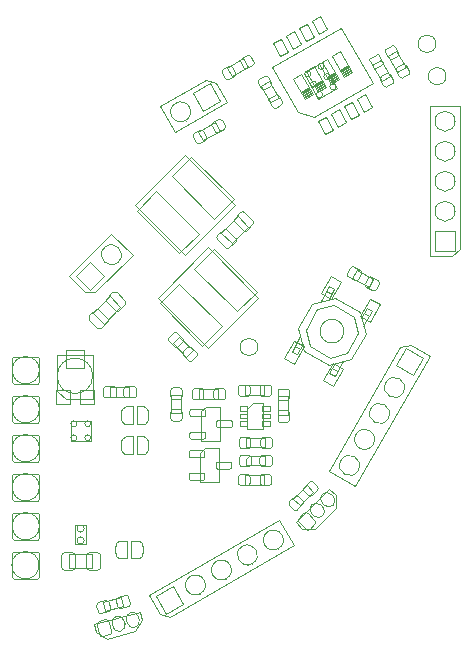
<source format=gbr>
%TF.GenerationSoftware,KiCad,Pcbnew,7.0.7*%
%TF.CreationDate,2023-12-04T17:40:57-05:00*%
%TF.ProjectId,PEEKbot_APS,5045454b-626f-4745-9f41-50532e6b6963,rev?*%
%TF.SameCoordinates,Original*%
%TF.FileFunction,AssemblyDrawing,Top*%
%FSLAX46Y46*%
G04 Gerber Fmt 4.6, Leading zero omitted, Abs format (unit mm)*
G04 Created by KiCad (PCBNEW 7.0.7) date 2023-12-04 17:40:57*
%MOMM*%
%LPD*%
G01*
G04 APERTURE LIST*
%ADD10C,0.100000*%
%ADD11C,0.100000*%
%TD*%
G04 APERTURE END LIST*
D10*
%TO.C,C10*%
X40786810Y-181567019D02*
X41918181Y-180435648D01*
X41352495Y-182132704D02*
X40786810Y-181567019D01*
X41918181Y-180435648D02*
X42483866Y-181001333D01*
X42483866Y-181001333D02*
X41352495Y-182132704D01*
%TO.C,R9*%
X39537298Y-174440693D02*
X39537298Y-172840693D01*
X40362298Y-174440693D02*
X39537298Y-174440693D01*
X39537298Y-172840693D02*
X40362298Y-172840693D01*
X40362298Y-172840693D02*
X40362298Y-174440693D01*
%TO.C,R11*%
X38328992Y-172786400D02*
X36728992Y-172786400D01*
X38328992Y-171961400D02*
X38328992Y-172786400D01*
X36728992Y-172786400D02*
X36728992Y-171961400D01*
X36728992Y-171961400D02*
X38328992Y-171961400D01*
%TO.C,H2*%
X19298613Y-173979091D02*
G75*
G03*
X19298613Y-173979091I-1150000J0D01*
G01*
%TO.C,J1*%
X33376719Y-146117849D02*
X34244145Y-146350275D01*
X29527236Y-148340349D02*
X33376719Y-146117849D01*
X34244145Y-146350275D02*
X35196645Y-148000053D01*
X35196645Y-148000053D02*
X30797236Y-150540053D01*
X30797236Y-150540053D02*
X29527236Y-148340349D01*
%TO.C,SW1*%
X42586576Y-149206906D02*
X41220550Y-148840880D01*
X47505600Y-146366906D02*
X42586576Y-149206906D01*
X41220550Y-148840880D02*
X39020550Y-145030368D01*
X41766886Y-147717162D02*
X42459707Y-147317162D01*
X41853489Y-147667162D02*
X41520155Y-147089812D01*
X41940092Y-147617162D02*
X41606758Y-147039812D01*
X42026694Y-147567162D02*
X41693361Y-146989812D01*
X42113297Y-147517162D02*
X41779963Y-146939812D01*
X42199899Y-147467162D02*
X41866566Y-146889812D01*
X42286502Y-147417162D02*
X41953168Y-146839812D01*
X42373104Y-147367162D02*
X42039771Y-146789812D01*
X42459707Y-147317162D02*
X41459707Y-145585112D01*
X42866739Y-147082162D02*
X43559559Y-146682162D01*
X42953341Y-147032162D02*
X42620008Y-146454812D01*
X43039944Y-146982162D02*
X42706610Y-146404812D01*
X43126546Y-146932162D02*
X42793213Y-146354812D01*
X43213149Y-146882162D02*
X42879815Y-146304812D01*
X43299751Y-146832162D02*
X42966418Y-146254812D01*
X43386354Y-146782162D02*
X43053020Y-146204812D01*
X43472956Y-146732162D02*
X43139623Y-146154812D01*
X43559559Y-146682162D02*
X42559559Y-144950112D01*
X43966591Y-146447162D02*
X44659411Y-146047162D01*
X44053194Y-146397162D02*
X43719860Y-145819812D01*
X44139796Y-146347162D02*
X43806463Y-145769812D01*
X44226399Y-146297162D02*
X43893065Y-145719812D01*
X44313001Y-146247162D02*
X43979668Y-145669812D01*
X44399604Y-146197162D02*
X44066270Y-145619812D01*
X44486206Y-146147162D02*
X44152873Y-145569812D01*
X44572809Y-146097162D02*
X44239475Y-145519812D01*
X44659411Y-146047162D02*
X43659411Y-144315112D01*
X45066443Y-145812162D02*
X45759264Y-145412162D01*
X45153046Y-145762162D02*
X44819712Y-145184812D01*
X45239648Y-145712162D02*
X44906315Y-145134812D01*
X45326251Y-145662162D02*
X44992917Y-145084812D01*
X45412853Y-145612162D02*
X45079520Y-145034812D01*
X45499456Y-145562162D02*
X45166122Y-144984812D01*
X45586058Y-145512162D02*
X45252725Y-144934812D01*
X45672661Y-145462162D02*
X45339328Y-144884812D01*
X45759264Y-145412162D02*
X44759264Y-143680112D01*
X41433553Y-147139812D02*
X42126373Y-146739812D01*
X42533405Y-146504812D02*
X43226226Y-146104812D01*
X43633257Y-145869812D02*
X44326078Y-145469812D01*
X44733110Y-145234812D02*
X45425930Y-144834812D01*
X40766886Y-145985112D02*
X41766886Y-147717162D01*
X41459707Y-145585112D02*
X40766886Y-145985112D01*
X41866739Y-145350112D02*
X42866739Y-147082162D01*
X42559559Y-144950112D02*
X41866739Y-145350112D01*
X42966591Y-144715112D02*
X43966591Y-146447162D01*
X43659411Y-144315112D02*
X42966591Y-144715112D01*
X44066443Y-144080112D02*
X45066443Y-145812162D01*
X44759264Y-143680112D02*
X44066443Y-144080112D01*
X39020550Y-145030368D02*
X44805600Y-141690368D01*
X44805600Y-141690368D02*
X47505600Y-146366906D01*
%TO.C,C8*%
X24663355Y-190307494D02*
X26208836Y-189893383D01*
X24870410Y-191080235D02*
X24663355Y-190307494D01*
X26208836Y-189893383D02*
X26415891Y-190666124D01*
X26415891Y-190666124D02*
X24870410Y-191080235D01*
%TO.C,R7*%
X38766437Y-146206836D02*
X39566437Y-147592476D01*
X38051967Y-146619336D02*
X38766437Y-146206836D01*
X39566437Y-147592476D02*
X38851967Y-148004976D01*
X38851967Y-148004976D02*
X38051967Y-146619336D01*
%TO.C,R8*%
X36993322Y-144981294D02*
X35607682Y-145781294D01*
X36580822Y-144266824D02*
X36993322Y-144981294D01*
X35607682Y-145781294D02*
X35195182Y-145066824D01*
X35195182Y-145066824D02*
X36580822Y-144266824D01*
%TO.C,Q2*%
X33000714Y-174168693D02*
X33400714Y-173768693D01*
X33000714Y-176668693D02*
X33000714Y-174168693D01*
X33400714Y-173768693D02*
X34600714Y-173768693D01*
X34600714Y-173768693D02*
X34600714Y-176668693D01*
X34600714Y-176668693D02*
X33000714Y-176668693D01*
%TO.C,C13*%
X31716396Y-169536389D02*
X30585025Y-168405018D01*
X32282081Y-168970704D02*
X31716396Y-169536389D01*
X30585025Y-168405018D02*
X31150710Y-167839333D01*
X31150710Y-167839333D02*
X32282081Y-168970704D01*
%TO.C,R12*%
X38381691Y-177206011D02*
X36781691Y-177206011D01*
X38381691Y-176381011D02*
X38381691Y-177206011D01*
X36781691Y-177206011D02*
X36781691Y-176381011D01*
X36781691Y-176381011D02*
X38381691Y-176381011D01*
%TO.C,R13*%
X36779813Y-178217487D02*
X36779813Y-178717487D01*
X36779813Y-178717487D02*
X38379813Y-178717487D01*
X37079813Y-177917487D02*
X36779813Y-178217487D01*
X38379813Y-177917487D02*
X37079813Y-177917487D01*
X38379813Y-178717487D02*
X38379813Y-177917487D01*
%TO.C,VR1*%
X21564211Y-173157492D02*
X23814211Y-173157492D01*
X23814211Y-173157492D02*
X23814211Y-169357492D01*
X20814211Y-172407492D02*
X21564211Y-173157492D01*
X20814211Y-169357492D02*
X20814211Y-172407492D01*
X23814211Y-169357492D02*
X20814211Y-169357492D01*
X23814211Y-171157492D02*
G75*
G03*
X23814211Y-171157492I-1500000J0D01*
G01*
%TO.C,C2*%
X47182119Y-163649625D02*
X45796479Y-162849625D01*
X47582119Y-162956805D02*
X47182119Y-163649625D01*
X45796479Y-162849625D02*
X46196479Y-162156805D01*
X46196479Y-162156805D02*
X47582119Y-162956805D01*
%TO.C,H4*%
X19298607Y-170677104D02*
G75*
G03*
X19298607Y-170677104I-1150000J0D01*
G01*
%TO.C,R15*%
X32817411Y-172266196D02*
X34417411Y-172266196D01*
X32817411Y-173091196D02*
X32817411Y-172266196D01*
X34417411Y-172266196D02*
X34417411Y-173091196D01*
X34417411Y-173091196D02*
X32817411Y-173091196D01*
%TO.C,H5*%
X19268597Y-187187097D02*
G75*
G03*
X19268597Y-187187097I-1150000J0D01*
G01*
%TO.C,H3*%
X19298617Y-177281105D02*
G75*
G03*
X19298617Y-177281105I-1150000J0D01*
G01*
%TO.C,R6*%
X48216198Y-144400577D02*
X49016198Y-145786217D01*
X47501728Y-144813077D02*
X48216198Y-144400577D01*
X49016198Y-145786217D02*
X48301728Y-146198717D01*
X48301728Y-146198717D02*
X47501728Y-144813077D01*
%TO.C,C11*%
X26893104Y-172905899D02*
X25293104Y-172905899D01*
X26893104Y-172105899D02*
X26893104Y-172905899D01*
X25293104Y-172905899D02*
X25293104Y-172105899D01*
X25293104Y-172105899D02*
X26893104Y-172105899D01*
%TO.C,U4*%
X41022924Y-183572021D02*
X41560325Y-184109422D01*
X42635127Y-184109422D02*
X41560325Y-184109422D01*
X44388752Y-182355797D02*
X42635127Y-184109422D01*
X44388752Y-182355797D02*
X42635127Y-184109422D01*
X43851351Y-180743593D02*
X41022924Y-183572021D01*
X43851351Y-180743593D02*
X44388752Y-181280995D01*
X44388752Y-181280995D02*
X44388752Y-182355797D01*
%TO.C,R16*%
X31286707Y-172742294D02*
X31286707Y-174342294D01*
X30461707Y-172742294D02*
X31286707Y-172742294D01*
X31286707Y-174342294D02*
X30461707Y-174342294D01*
X30461707Y-174342294D02*
X30461707Y-172742294D01*
%TO.C,R25*%
X32753666Y-150476838D02*
X34139306Y-149676838D01*
X33166166Y-151191308D02*
X32753666Y-150476838D01*
X34139306Y-149676838D02*
X34551806Y-150391308D01*
X34551806Y-150391308D02*
X33166166Y-151191308D01*
%TO.C,C18*%
X23787909Y-187456509D02*
X21787909Y-187456509D01*
X23787909Y-186206509D02*
X23787909Y-187456509D01*
X21787909Y-187456509D02*
X21787909Y-186206509D01*
X21787909Y-186206509D02*
X23787909Y-186206509D01*
%TO.C,L1*%
X29340647Y-164526522D02*
X33583288Y-168769163D01*
X29340647Y-164526522D02*
X33583288Y-160283881D01*
X33583288Y-168769163D02*
X37825929Y-164526522D01*
X37825929Y-164526522D02*
X33583288Y-160283881D01*
%TO.C,S1*%
X47490998Y-165653797D02*
X47057986Y-165403797D01*
X47057986Y-165403797D02*
X46557986Y-166269822D01*
X44286704Y-163803797D02*
X43786704Y-164669822D01*
X43853692Y-163553797D02*
X44286704Y-163803797D01*
X47240998Y-166086809D02*
X46807986Y-165836809D01*
X43603692Y-163986809D02*
X44036704Y-164236809D01*
X46411575Y-165723412D02*
X44333115Y-164523412D01*
X44333115Y-164523412D02*
X42420679Y-165035848D01*
X45938370Y-166143027D02*
X46304396Y-167509053D01*
X44206320Y-165143027D02*
X45938370Y-166143027D01*
X46740998Y-166952835D02*
X47490998Y-165653797D01*
X43103692Y-164852835D02*
X43853692Y-163553797D01*
X46924011Y-167635848D02*
X46411575Y-165723412D01*
X42420679Y-165035848D02*
X41220679Y-167114308D01*
X46304396Y-167509053D02*
X45304396Y-169241103D01*
X42840294Y-165509053D02*
X44206320Y-165143027D01*
X45304396Y-169241103D02*
X43938370Y-169607129D01*
X41840294Y-167241103D02*
X42840294Y-165509053D01*
X45724011Y-169714308D02*
X46924011Y-167635848D01*
X41220679Y-167114308D02*
X41733115Y-169026744D01*
X45040998Y-169897321D02*
X44290998Y-171196359D01*
X41403692Y-167797321D02*
X40653692Y-169096359D01*
X43938370Y-169607129D02*
X42206320Y-168607129D01*
X42206320Y-168607129D02*
X41840294Y-167241103D01*
X43811575Y-170226744D02*
X45724011Y-169714308D01*
X41733115Y-169026744D02*
X43811575Y-170226744D01*
X44540998Y-170763347D02*
X44107986Y-170513347D01*
X40903692Y-168663347D02*
X41336704Y-168913347D01*
X44290998Y-171196359D02*
X43857986Y-170946359D01*
X43857986Y-170946359D02*
X44357986Y-170080334D01*
X41086704Y-169346359D02*
X41586704Y-168480334D01*
X40653692Y-169096359D02*
X41086704Y-169346359D01*
X45072345Y-167375078D02*
G75*
G03*
X45072345Y-167375078I-1000000J0D01*
G01*
%TO.C,L2*%
X27413835Y-156687388D02*
X31656476Y-160930029D01*
X27413835Y-156687388D02*
X31656476Y-152444747D01*
X31656476Y-160930029D02*
X35899117Y-156687388D01*
X35899117Y-156687388D02*
X31656476Y-152444747D01*
%TO.C,J3*%
X54912826Y-160390108D02*
X54277826Y-161025108D01*
X54912826Y-148325108D02*
X54912826Y-160390108D01*
X54277826Y-161025108D02*
X52372826Y-161025108D01*
X52372826Y-161025108D02*
X52372826Y-148325108D01*
X52372826Y-148325108D02*
X54912826Y-148325108D01*
%TO.C,R5*%
X49536044Y-143638580D02*
X50336044Y-145024220D01*
X48821574Y-144051080D02*
X49536044Y-143638580D01*
X50336044Y-145024220D02*
X49621574Y-145436720D01*
X49621574Y-145436720D02*
X48821574Y-144051080D01*
%TO.C,H6*%
X19298593Y-183885098D02*
G75*
G03*
X19298593Y-183885098I-1150000J0D01*
G01*
%TO.C,Q1*%
X32938914Y-177658700D02*
X33338914Y-177258700D01*
X32938914Y-180158700D02*
X32938914Y-177658700D01*
X33338914Y-177258700D02*
X34538914Y-177258700D01*
X34538914Y-177258700D02*
X34538914Y-180158700D01*
X34538914Y-180158700D02*
X32938914Y-180158700D01*
%TO.C,F1*%
X26168327Y-165313861D02*
X24754113Y-166728075D01*
X25284443Y-164429977D02*
X26168327Y-165313861D01*
X24754113Y-166728075D02*
X23870229Y-165844191D01*
X23870229Y-165844191D02*
X25284443Y-164429977D01*
%TO.C,R18*%
X38329002Y-180355600D02*
X36729002Y-180355600D01*
X38329002Y-179530600D02*
X38329002Y-180355600D01*
X36729002Y-180355600D02*
X36729002Y-179530600D01*
X36729002Y-179530600D02*
X38329002Y-179530600D01*
%TO.C,J4*%
X49860752Y-168754693D02*
X50728178Y-168522267D01*
X43828252Y-179203289D02*
X49860752Y-168754693D01*
X50728178Y-168522267D02*
X52377956Y-169474767D01*
X52377956Y-169474767D02*
X46027956Y-180473289D01*
X46027956Y-180473289D02*
X43828252Y-179203289D01*
%TO.C,J5*%
X24050251Y-164048515D02*
X23152225Y-164048515D01*
X27193340Y-160905426D02*
X24050251Y-164048515D01*
X23152225Y-164048515D02*
X21805187Y-162701477D01*
X21805187Y-162701477D02*
X25397289Y-159109375D01*
X25397289Y-159109375D02*
X27193340Y-160905426D01*
%TO.C,U5*%
X36869221Y-173958303D02*
X36869221Y-175658303D01*
X37369221Y-173458303D02*
X36869221Y-173958303D01*
X38219221Y-173458303D02*
X37369221Y-173458303D01*
X38219221Y-173458303D02*
X38219221Y-175658303D01*
X38219221Y-175658303D02*
X36869221Y-175658303D01*
%TO.C,U2*%
X23915456Y-192148488D02*
X24112158Y-192882592D01*
X25042964Y-193419993D02*
X24112158Y-192882592D01*
X27438460Y-192778122D02*
X25042964Y-193419993D01*
X27438460Y-192778122D02*
X25042964Y-193419993D01*
X27779159Y-191113212D02*
X23915456Y-192148488D01*
X27779159Y-191113212D02*
X27975862Y-191847316D01*
X27975862Y-191847316D02*
X27438460Y-192778122D01*
%TO.C,C20*%
X34703011Y-159055659D02*
X36117225Y-157641445D01*
X35586895Y-159939543D02*
X34703011Y-159055659D01*
X36117225Y-157641445D02*
X37001109Y-158525329D01*
X37001109Y-158525329D02*
X35586895Y-159939543D01*
%TO.C,J2*%
X30395384Y-191550840D02*
X29527958Y-191318414D01*
X40843980Y-185518340D02*
X30395384Y-191550840D01*
X29527958Y-191318414D02*
X28575458Y-189668636D01*
X28575458Y-189668636D02*
X39573980Y-183318636D01*
X39573980Y-183318636D02*
X40843980Y-185518340D01*
%TO.C,H1*%
X19298596Y-180583103D02*
G75*
G03*
X19298596Y-180583103I-1150000J0D01*
G01*
%TD*%
%TO.C,JP3*%
X27524588Y-173737102D02*
X28024588Y-173737102D01*
X28024588Y-173742191D01*
X28095745Y-173742191D01*
X28232296Y-173782286D01*
X28352018Y-173859227D01*
X28445215Y-173966782D01*
X28504334Y-174096236D01*
X28524588Y-174237102D01*
X28524588Y-174737102D01*
X28504334Y-174877968D01*
X28445215Y-175007422D01*
X28352018Y-175114977D01*
X28232296Y-175191918D01*
X28095745Y-175232013D01*
X28024588Y-175232013D01*
X28024588Y-175237102D01*
X27524588Y-175237102D01*
X27524588Y-173737102D01*
X26724588Y-175232013D02*
X26653431Y-175232013D01*
X26516880Y-175191918D01*
X26397158Y-175114977D01*
X26303961Y-175007422D01*
X26244842Y-174877968D01*
X26224588Y-174737102D01*
X26224588Y-174237102D01*
X26244842Y-174096236D01*
X26303961Y-173966782D01*
X26397158Y-173859227D01*
X26516880Y-173782286D01*
X26653431Y-173742191D01*
X26724588Y-173742191D01*
X26724588Y-173737102D01*
X27224588Y-173737102D01*
X27224588Y-175237102D01*
X26724588Y-175237102D01*
X26724588Y-175232013D01*
%TD*%
D11*
%TO.C,C10*%
D10*
X40477450Y-182106188D02*
X40425967Y-182029137D01*
X40407888Y-181938250D01*
X40425967Y-181847363D01*
X40477450Y-181770312D01*
X40901714Y-181346048D01*
X40978765Y-181294565D01*
X41069652Y-181276486D01*
X41160539Y-181294565D01*
X41237590Y-181346048D01*
X41573466Y-181681924D01*
X41624949Y-181758975D01*
X41643028Y-181849862D01*
X41624949Y-181940749D01*
X41573466Y-182017800D01*
X41149202Y-182442064D01*
X41072151Y-182493547D01*
X40981264Y-182511626D01*
X40890377Y-182493547D01*
X40813326Y-182442064D01*
X40477450Y-182106188D01*
D11*
D10*
X41697210Y-180886428D02*
X41645727Y-180809377D01*
X41627648Y-180718490D01*
X41645727Y-180627603D01*
X41697210Y-180550552D01*
X42121474Y-180126288D01*
X42198525Y-180074805D01*
X42289412Y-180056726D01*
X42380299Y-180074805D01*
X42457350Y-180126288D01*
X42793226Y-180462164D01*
X42844709Y-180539215D01*
X42862788Y-180630102D01*
X42844709Y-180720989D01*
X42793226Y-180798040D01*
X42368962Y-181222304D01*
X42291911Y-181273787D01*
X42201024Y-181291866D01*
X42110137Y-181273787D01*
X42033086Y-181222304D01*
X41697210Y-180886428D01*
%TD*%
D11*
%TO.C,R9*%
D10*
X39712298Y-175040693D02*
X39621411Y-175022614D01*
X39544360Y-174971131D01*
X39492877Y-174894080D01*
X39474798Y-174803193D01*
X39474798Y-174303193D01*
X39492877Y-174212306D01*
X39544360Y-174135255D01*
X39621411Y-174083772D01*
X39712298Y-174065693D01*
X40187298Y-174065693D01*
X40278185Y-174083772D01*
X40355236Y-174135255D01*
X40406719Y-174212306D01*
X40424798Y-174303193D01*
X40424798Y-174803193D01*
X40406719Y-174894080D01*
X40355236Y-174971131D01*
X40278185Y-175022614D01*
X40187298Y-175040693D01*
X39712298Y-175040693D01*
D11*
D10*
X39712298Y-173215693D02*
X39621411Y-173197614D01*
X39544360Y-173146131D01*
X39492877Y-173069080D01*
X39474798Y-172978193D01*
X39474798Y-172478193D01*
X39492877Y-172387306D01*
X39544360Y-172310255D01*
X39621411Y-172258772D01*
X39712298Y-172240693D01*
X40187298Y-172240693D01*
X40278185Y-172258772D01*
X40355236Y-172310255D01*
X40406719Y-172387306D01*
X40424798Y-172478193D01*
X40424798Y-172978193D01*
X40406719Y-173069080D01*
X40355236Y-173146131D01*
X40278185Y-173197614D01*
X40187298Y-173215693D01*
X39712298Y-173215693D01*
%TD*%
D11*
%TO.C,R11*%
D10*
X38928992Y-172611400D02*
X38910913Y-172702287D01*
X38859430Y-172779338D01*
X38782379Y-172830821D01*
X38691492Y-172848900D01*
X38191492Y-172848900D01*
X38100605Y-172830821D01*
X38023554Y-172779338D01*
X37972071Y-172702287D01*
X37953992Y-172611400D01*
X37953992Y-172136400D01*
X37972071Y-172045513D01*
X38023554Y-171968462D01*
X38100605Y-171916979D01*
X38191492Y-171898900D01*
X38691492Y-171898900D01*
X38782379Y-171916979D01*
X38859430Y-171968462D01*
X38910913Y-172045513D01*
X38928992Y-172136400D01*
X38928992Y-172611400D01*
D11*
D10*
X37103992Y-172611400D02*
X37085913Y-172702287D01*
X37034430Y-172779338D01*
X36957379Y-172830821D01*
X36866492Y-172848900D01*
X36366492Y-172848900D01*
X36275605Y-172830821D01*
X36198554Y-172779338D01*
X36147071Y-172702287D01*
X36128992Y-172611400D01*
X36128992Y-172136400D01*
X36147071Y-172045513D01*
X36198554Y-171968462D01*
X36275605Y-171916979D01*
X36366492Y-171898900D01*
X36866492Y-171898900D01*
X36957379Y-171916979D01*
X37034430Y-171968462D01*
X37085913Y-172045513D01*
X37103992Y-172136400D01*
X37103992Y-172611400D01*
%TD*%
D11*
%TO.C,H2*%
D10*
X19298613Y-174879090D02*
X19279583Y-174974761D01*
X19225389Y-175055867D01*
X19144283Y-175110061D01*
X19048611Y-175129090D01*
X17248614Y-175129091D01*
X17152943Y-175110061D01*
X17071837Y-175055867D01*
X17017643Y-174974761D01*
X16998614Y-174879089D01*
X16998613Y-173079092D01*
X17017643Y-172983421D01*
X17071837Y-172902315D01*
X17152943Y-172848121D01*
X17248615Y-172829092D01*
X19048612Y-172829091D01*
X19144283Y-172848121D01*
X19225389Y-172902315D01*
X19279583Y-172983421D01*
X19298612Y-173079093D01*
X19298613Y-174879090D01*
%TD*%
%TO.C,J1*%
X32300671Y-147224079D02*
X33772915Y-146374079D01*
X34622915Y-147846323D01*
X33150671Y-148696323D01*
X32300671Y-147224079D01*
X30837088Y-148069079D02*
X30837088Y-148069079D01*
X30837088Y-148069079D02*
G75*
G03*
X31687088Y-149541323I425000J-736122D01*
G01*
X31687088Y-149541323D02*
X31687088Y-149541323D01*
X31687088Y-149541323D02*
G75*
G03*
X30837088Y-148069079I-425000J736122D01*
G01*
%TD*%
%TO.C,SW1*%
X44164887Y-150310620D02*
X43506707Y-150690620D01*
X42871707Y-149590768D01*
X43529887Y-149210768D01*
X44164887Y-150310620D01*
X45264739Y-149675620D02*
X44606559Y-150055620D01*
X43971559Y-148955768D01*
X44629739Y-148575768D01*
X45264739Y-149675620D01*
X46364591Y-149040620D02*
X45706411Y-149420620D01*
X45071411Y-148320768D01*
X45729591Y-147940768D01*
X46364591Y-149040620D01*
X47464443Y-148405620D02*
X46806263Y-148785620D01*
X46171263Y-147685768D01*
X46829443Y-147305768D01*
X47464443Y-148405620D01*
X43654443Y-141806506D02*
X42996263Y-142186506D01*
X42361263Y-141086654D01*
X43019443Y-140706654D01*
X43654443Y-141806506D01*
X42554591Y-142441506D02*
X41896411Y-142821506D01*
X41261411Y-141721654D01*
X41919591Y-141341654D01*
X42554591Y-142441506D01*
X41454739Y-143076506D02*
X40796559Y-143456506D01*
X40161559Y-142356654D01*
X40819739Y-141976654D01*
X41454739Y-143076506D01*
X40354887Y-143711506D02*
X39696707Y-144091506D01*
X39061707Y-142991654D01*
X39719887Y-142611654D01*
X40354887Y-143711506D01*
%TD*%
D11*
%TO.C,C8*%
D10*
X24125857Y-190619748D02*
X24119797Y-190527279D01*
X24149584Y-190439528D01*
X24210684Y-190369857D01*
X24293795Y-190328871D01*
X24873351Y-190173580D01*
X24965820Y-190167519D01*
X25053570Y-190197306D01*
X25123241Y-190258406D01*
X25164228Y-190341517D01*
X25287167Y-190800332D01*
X25293227Y-190892801D01*
X25263440Y-190980552D01*
X25202340Y-191050223D01*
X25119229Y-191091209D01*
X24539673Y-191246500D01*
X24447204Y-191252561D01*
X24359454Y-191222774D01*
X24289783Y-191161674D01*
X24248796Y-191078563D01*
X24125857Y-190619748D01*
D11*
D10*
X25792079Y-190173286D02*
X25786019Y-190080817D01*
X25815806Y-189993066D01*
X25876906Y-189923395D01*
X25960017Y-189882409D01*
X26539573Y-189727118D01*
X26632042Y-189721057D01*
X26719792Y-189750844D01*
X26789463Y-189811944D01*
X26830450Y-189895055D01*
X26953389Y-190353870D01*
X26959449Y-190446339D01*
X26929662Y-190534090D01*
X26868562Y-190603761D01*
X26785451Y-190644747D01*
X26205895Y-190800038D01*
X26113426Y-190806099D01*
X26025676Y-190776312D01*
X25956005Y-190715212D01*
X25915018Y-190632101D01*
X25792079Y-190173286D01*
%TD*%
D11*
%TO.C,R7*%
D10*
X38314883Y-145774721D02*
X38402633Y-145744934D01*
X38495103Y-145750994D01*
X38578214Y-145791981D01*
X38639314Y-145861652D01*
X38889314Y-146294664D01*
X38919101Y-146382414D01*
X38913041Y-146474884D01*
X38872054Y-146557995D01*
X38802383Y-146619095D01*
X38391021Y-146856595D01*
X38303271Y-146886382D01*
X38210801Y-146880322D01*
X38127690Y-146839335D01*
X38066590Y-146769664D01*
X37816590Y-146336652D01*
X37786803Y-146248902D01*
X37792863Y-146156432D01*
X37833850Y-146073321D01*
X37903521Y-146012221D01*
X38314883Y-145774721D01*
D11*
D10*
X39227383Y-147355217D02*
X39315133Y-147325430D01*
X39407603Y-147331490D01*
X39490714Y-147372477D01*
X39551814Y-147442148D01*
X39801814Y-147875160D01*
X39831601Y-147962910D01*
X39825541Y-148055380D01*
X39784554Y-148138491D01*
X39714883Y-148199591D01*
X39303521Y-148437091D01*
X39215771Y-148466878D01*
X39123301Y-148460818D01*
X39040190Y-148419831D01*
X38979090Y-148350160D01*
X38729090Y-147917148D01*
X38699303Y-147829398D01*
X38705363Y-147736928D01*
X38746350Y-147653817D01*
X38816021Y-147592717D01*
X39227383Y-147355217D01*
%TD*%
D11*
%TO.C,R8*%
D10*
X37425437Y-144529740D02*
X37455224Y-144617490D01*
X37449164Y-144709960D01*
X37408177Y-144793071D01*
X37338506Y-144854171D01*
X36905494Y-145104171D01*
X36817744Y-145133958D01*
X36725274Y-145127898D01*
X36642163Y-145086911D01*
X36581063Y-145017240D01*
X36343563Y-144605878D01*
X36313776Y-144518128D01*
X36319836Y-144425658D01*
X36360823Y-144342547D01*
X36430494Y-144281447D01*
X36863506Y-144031447D01*
X36951256Y-144001660D01*
X37043726Y-144007720D01*
X37126837Y-144048707D01*
X37187937Y-144118378D01*
X37425437Y-144529740D01*
D11*
D10*
X35844941Y-145442240D02*
X35874728Y-145529990D01*
X35868668Y-145622460D01*
X35827681Y-145705571D01*
X35758010Y-145766671D01*
X35324998Y-146016671D01*
X35237248Y-146046458D01*
X35144778Y-146040398D01*
X35061667Y-145999411D01*
X35000567Y-145929740D01*
X34763067Y-145518378D01*
X34733280Y-145430628D01*
X34739340Y-145338158D01*
X34780327Y-145255047D01*
X34849998Y-145193947D01*
X35283010Y-144943947D01*
X35370760Y-144914160D01*
X35463230Y-144920220D01*
X35546341Y-144961207D01*
X35607441Y-145030878D01*
X35844941Y-145442240D01*
%TD*%
D11*
%TO.C,Q2*%
D10*
X32000714Y-174118693D02*
X32012132Y-174061290D01*
X32044648Y-174012627D01*
X32093311Y-173980111D01*
X32150714Y-173968693D01*
X33175714Y-173968693D01*
X33233117Y-173980111D01*
X33281780Y-174012627D01*
X33314296Y-174061290D01*
X33325714Y-174118693D01*
X33325714Y-174418693D01*
X33314296Y-174476096D01*
X33281780Y-174524759D01*
X33233117Y-174557275D01*
X33175714Y-174568693D01*
X32150714Y-174568693D01*
X32093311Y-174557275D01*
X32044648Y-174524759D01*
X32012132Y-174476096D01*
X32000714Y-174418693D01*
X32000714Y-174118693D01*
D11*
D10*
X32000714Y-176018693D02*
X32012132Y-175961290D01*
X32044648Y-175912627D01*
X32093311Y-175880111D01*
X32150714Y-175868693D01*
X33175714Y-175868693D01*
X33233117Y-175880111D01*
X33281780Y-175912627D01*
X33314296Y-175961290D01*
X33325714Y-176018693D01*
X33325714Y-176318693D01*
X33314296Y-176376096D01*
X33281780Y-176424759D01*
X33233117Y-176457275D01*
X33175714Y-176468693D01*
X32150714Y-176468693D01*
X32093311Y-176457275D01*
X32044648Y-176424759D01*
X32012132Y-176376096D01*
X32000714Y-176318693D01*
X32000714Y-176018693D01*
D11*
D10*
X34275714Y-175068693D02*
X34287132Y-175011290D01*
X34319648Y-174962627D01*
X34368311Y-174930111D01*
X34425714Y-174918693D01*
X35450714Y-174918693D01*
X35508117Y-174930111D01*
X35556780Y-174962627D01*
X35589296Y-175011290D01*
X35600714Y-175068693D01*
X35600714Y-175368693D01*
X35589296Y-175426096D01*
X35556780Y-175474759D01*
X35508117Y-175507275D01*
X35450714Y-175518693D01*
X34425714Y-175518693D01*
X34368311Y-175507275D01*
X34319648Y-175474759D01*
X34287132Y-175426096D01*
X34275714Y-175368693D01*
X34275714Y-175068693D01*
%TD*%
D11*
%TO.C,C13*%
D10*
X32255565Y-169845749D02*
X32178514Y-169897232D01*
X32087627Y-169915311D01*
X31996740Y-169897232D01*
X31919689Y-169845749D01*
X31495425Y-169421485D01*
X31443942Y-169344434D01*
X31425863Y-169253547D01*
X31443942Y-169162660D01*
X31495425Y-169085609D01*
X31831301Y-168749733D01*
X31908352Y-168698250D01*
X31999239Y-168680171D01*
X32090126Y-168698250D01*
X32167177Y-168749733D01*
X32591441Y-169173997D01*
X32642924Y-169251048D01*
X32661003Y-169341935D01*
X32642924Y-169432822D01*
X32591441Y-169509873D01*
X32255565Y-169845749D01*
D11*
D10*
X31035805Y-168625989D02*
X30958754Y-168677472D01*
X30867867Y-168695551D01*
X30776980Y-168677472D01*
X30699929Y-168625989D01*
X30275665Y-168201725D01*
X30224182Y-168124674D01*
X30206103Y-168033787D01*
X30224182Y-167942900D01*
X30275665Y-167865849D01*
X30611541Y-167529973D01*
X30688592Y-167478490D01*
X30779479Y-167460411D01*
X30870366Y-167478490D01*
X30947417Y-167529973D01*
X31371681Y-167954237D01*
X31423164Y-168031288D01*
X31441243Y-168122175D01*
X31423164Y-168213062D01*
X31371681Y-168290113D01*
X31035805Y-168625989D01*
%TD*%
D11*
%TO.C,R12*%
D10*
X38981691Y-177031011D02*
X38963612Y-177121898D01*
X38912129Y-177198949D01*
X38835078Y-177250432D01*
X38744191Y-177268511D01*
X38244191Y-177268511D01*
X38153304Y-177250432D01*
X38076253Y-177198949D01*
X38024770Y-177121898D01*
X38006691Y-177031011D01*
X38006691Y-176556011D01*
X38024770Y-176465124D01*
X38076253Y-176388073D01*
X38153304Y-176336590D01*
X38244191Y-176318511D01*
X38744191Y-176318511D01*
X38835078Y-176336590D01*
X38912129Y-176388073D01*
X38963612Y-176465124D01*
X38981691Y-176556011D01*
X38981691Y-177031011D01*
D11*
D10*
X37156691Y-177031011D02*
X37138612Y-177121898D01*
X37087129Y-177198949D01*
X37010078Y-177250432D01*
X36919191Y-177268511D01*
X36419191Y-177268511D01*
X36328304Y-177250432D01*
X36251253Y-177198949D01*
X36199770Y-177121898D01*
X36181691Y-177031011D01*
X36181691Y-176556011D01*
X36199770Y-176465124D01*
X36251253Y-176388073D01*
X36328304Y-176336590D01*
X36419191Y-176318511D01*
X36919191Y-176318511D01*
X37010078Y-176336590D01*
X37087129Y-176388073D01*
X37138612Y-176465124D01*
X37156691Y-176556011D01*
X37156691Y-177031011D01*
%TD*%
D11*
%TO.C,R13*%
D10*
X36179813Y-178079987D02*
X36197892Y-177989100D01*
X36249375Y-177912049D01*
X36326426Y-177860566D01*
X36417313Y-177842487D01*
X36992313Y-177842487D01*
X37083200Y-177860566D01*
X37160251Y-177912049D01*
X37211734Y-177989100D01*
X37229813Y-178079987D01*
X37229813Y-178554987D01*
X37211734Y-178645874D01*
X37160251Y-178722925D01*
X37083200Y-178774408D01*
X36992313Y-178792487D01*
X36417313Y-178792487D01*
X36326426Y-178774408D01*
X36249375Y-178722925D01*
X36197892Y-178645874D01*
X36179813Y-178554987D01*
X36179813Y-178079987D01*
D11*
D10*
X37929813Y-178079987D02*
X37947892Y-177989100D01*
X37999375Y-177912049D01*
X38076426Y-177860566D01*
X38167313Y-177842487D01*
X38742313Y-177842487D01*
X38833200Y-177860566D01*
X38910251Y-177912049D01*
X38961734Y-177989100D01*
X38979813Y-178079987D01*
X38979813Y-178554987D01*
X38961734Y-178645874D01*
X38910251Y-178722925D01*
X38833200Y-178774408D01*
X38742313Y-178792487D01*
X38167313Y-178792487D01*
X38076426Y-178774408D01*
X37999375Y-178722925D01*
X37947892Y-178645874D01*
X37929813Y-178554987D01*
X37929813Y-178079987D01*
%TD*%
%TO.C,VR1*%
X20714211Y-172357492D02*
X20714211Y-173557492D01*
X21914211Y-173557492D01*
X21914211Y-172357492D01*
X20714211Y-172357492D01*
X21514211Y-168957492D02*
X21514211Y-170457492D01*
X23114211Y-170457492D01*
X23114211Y-168957492D01*
X21514211Y-168957492D01*
X22714211Y-172357492D02*
X22714211Y-173557492D01*
X23914211Y-173557492D01*
X23914211Y-172357492D01*
X22714211Y-172357492D01*
%TD*%
%TO.C,TP2*%
X37794159Y-168712087D02*
G75*
G03*
X37794159Y-168712087I-750000J0D01*
G01*
%TD*%
D11*
%TO.C,C2*%
D10*
X47782985Y-163808896D02*
X47721884Y-163878567D01*
X47638773Y-163919554D01*
X47546304Y-163925614D01*
X47458554Y-163895827D01*
X46938938Y-163595827D01*
X46869267Y-163534727D01*
X46828281Y-163451616D01*
X46822221Y-163359146D01*
X46852007Y-163271396D01*
X47089507Y-162860034D01*
X47150608Y-162790363D01*
X47233719Y-162749376D01*
X47326188Y-162743316D01*
X47413938Y-162773103D01*
X47933554Y-163073103D01*
X48003225Y-163134203D01*
X48044211Y-163217314D01*
X48050271Y-163309784D01*
X48020485Y-163397534D01*
X47782985Y-163808896D01*
D11*
D10*
X46289091Y-162946396D02*
X46227990Y-163016067D01*
X46144879Y-163057054D01*
X46052410Y-163063114D01*
X45964660Y-163033327D01*
X45445044Y-162733327D01*
X45375373Y-162672227D01*
X45334387Y-162589116D01*
X45328327Y-162496646D01*
X45358113Y-162408896D01*
X45595613Y-161997534D01*
X45656714Y-161927863D01*
X45739825Y-161886876D01*
X45832294Y-161880816D01*
X45920044Y-161910603D01*
X46439660Y-162210603D01*
X46509331Y-162271703D01*
X46550317Y-162354814D01*
X46556377Y-162447284D01*
X46526591Y-162535034D01*
X46289091Y-162946396D01*
%TD*%
D11*
%TO.C,H4*%
D10*
X19298607Y-171577103D02*
X19279577Y-171672774D01*
X19225383Y-171753880D01*
X19144277Y-171808074D01*
X19048605Y-171827103D01*
X17248608Y-171827104D01*
X17152937Y-171808074D01*
X17071831Y-171753880D01*
X17017637Y-171672774D01*
X16998608Y-171577102D01*
X16998607Y-169777105D01*
X17017637Y-169681434D01*
X17071831Y-169600328D01*
X17152937Y-169546134D01*
X17248609Y-169527105D01*
X19048606Y-169527104D01*
X19144277Y-169546134D01*
X19225383Y-169600328D01*
X19279577Y-169681434D01*
X19298606Y-169777106D01*
X19298607Y-171577103D01*
%TD*%
D11*
%TO.C,R15*%
D10*
X32217411Y-172441196D02*
X32235490Y-172350309D01*
X32286973Y-172273258D01*
X32364024Y-172221775D01*
X32454911Y-172203696D01*
X32954911Y-172203696D01*
X33045798Y-172221775D01*
X33122849Y-172273258D01*
X33174332Y-172350309D01*
X33192411Y-172441196D01*
X33192411Y-172916196D01*
X33174332Y-173007083D01*
X33122849Y-173084134D01*
X33045798Y-173135617D01*
X32954911Y-173153696D01*
X32454911Y-173153696D01*
X32364024Y-173135617D01*
X32286973Y-173084134D01*
X32235490Y-173007083D01*
X32217411Y-172916196D01*
X32217411Y-172441196D01*
D11*
D10*
X34042411Y-172441196D02*
X34060490Y-172350309D01*
X34111973Y-172273258D01*
X34189024Y-172221775D01*
X34279911Y-172203696D01*
X34779911Y-172203696D01*
X34870798Y-172221775D01*
X34947849Y-172273258D01*
X34999332Y-172350309D01*
X35017411Y-172441196D01*
X35017411Y-172916196D01*
X34999332Y-173007083D01*
X34947849Y-173084134D01*
X34870798Y-173135617D01*
X34779911Y-173153696D01*
X34279911Y-173153696D01*
X34189024Y-173135617D01*
X34111973Y-173084134D01*
X34060490Y-173007083D01*
X34042411Y-172916196D01*
X34042411Y-172441196D01*
%TD*%
D11*
%TO.C,H5*%
D10*
X19268597Y-188087096D02*
X19249567Y-188182767D01*
X19195373Y-188263873D01*
X19114267Y-188318067D01*
X19018595Y-188337096D01*
X17218598Y-188337097D01*
X17122927Y-188318067D01*
X17041821Y-188263873D01*
X16987627Y-188182767D01*
X16968598Y-188087095D01*
X16968597Y-186287098D01*
X16987627Y-186191427D01*
X17041821Y-186110321D01*
X17122927Y-186056127D01*
X17218599Y-186037098D01*
X19018596Y-186037097D01*
X19114267Y-186056127D01*
X19195373Y-186110321D01*
X19249567Y-186191427D01*
X19268596Y-186287099D01*
X19268597Y-188087096D01*
%TD*%
D11*
%TO.C,H3*%
D10*
X19298617Y-178181104D02*
X19279587Y-178276775D01*
X19225393Y-178357881D01*
X19144287Y-178412075D01*
X19048615Y-178431104D01*
X17248618Y-178431105D01*
X17152947Y-178412075D01*
X17071841Y-178357881D01*
X17017647Y-178276775D01*
X16998618Y-178181103D01*
X16998617Y-176381106D01*
X17017647Y-176285435D01*
X17071841Y-176204329D01*
X17152947Y-176150135D01*
X17248619Y-176131106D01*
X19048616Y-176131105D01*
X19144287Y-176150135D01*
X19225393Y-176204329D01*
X19279587Y-176285435D01*
X19298616Y-176381107D01*
X19298617Y-178181104D01*
%TD*%
D11*
%TO.C,R6*%
D10*
X47764644Y-143968462D02*
X47852394Y-143938675D01*
X47944864Y-143944735D01*
X48027975Y-143985722D01*
X48089075Y-144055393D01*
X48339075Y-144488405D01*
X48368862Y-144576155D01*
X48362802Y-144668625D01*
X48321815Y-144751736D01*
X48252144Y-144812836D01*
X47840782Y-145050336D01*
X47753032Y-145080123D01*
X47660562Y-145074063D01*
X47577451Y-145033076D01*
X47516351Y-144963405D01*
X47266351Y-144530393D01*
X47236564Y-144442643D01*
X47242624Y-144350173D01*
X47283611Y-144267062D01*
X47353282Y-144205962D01*
X47764644Y-143968462D01*
D11*
D10*
X48677144Y-145548958D02*
X48764894Y-145519171D01*
X48857364Y-145525231D01*
X48940475Y-145566218D01*
X49001575Y-145635889D01*
X49251575Y-146068901D01*
X49281362Y-146156651D01*
X49275302Y-146249121D01*
X49234315Y-146332232D01*
X49164644Y-146393332D01*
X48753282Y-146630832D01*
X48665532Y-146660619D01*
X48573062Y-146654559D01*
X48489951Y-146613572D01*
X48428851Y-146543901D01*
X48178851Y-146110889D01*
X48149064Y-146023139D01*
X48155124Y-145930669D01*
X48196111Y-145847558D01*
X48265782Y-145786458D01*
X48677144Y-145548958D01*
%TD*%
D11*
%TO.C,C11*%
D10*
X27493104Y-172743399D02*
X27475025Y-172834286D01*
X27423542Y-172911337D01*
X27346491Y-172962820D01*
X27255604Y-172980899D01*
X26655604Y-172980899D01*
X26564717Y-172962820D01*
X26487666Y-172911337D01*
X26436183Y-172834286D01*
X26418104Y-172743399D01*
X26418104Y-172268399D01*
X26436183Y-172177512D01*
X26487666Y-172100461D01*
X26564717Y-172048978D01*
X26655604Y-172030899D01*
X27255604Y-172030899D01*
X27346491Y-172048978D01*
X27423542Y-172100461D01*
X27475025Y-172177512D01*
X27493104Y-172268399D01*
X27493104Y-172743399D01*
D11*
D10*
X25768104Y-172743399D02*
X25750025Y-172834286D01*
X25698542Y-172911337D01*
X25621491Y-172962820D01*
X25530604Y-172980899D01*
X24930604Y-172980899D01*
X24839717Y-172962820D01*
X24762666Y-172911337D01*
X24711183Y-172834286D01*
X24693104Y-172743399D01*
X24693104Y-172268399D01*
X24711183Y-172177512D01*
X24762666Y-172100461D01*
X24839717Y-172048978D01*
X24930604Y-172030899D01*
X25530604Y-172030899D01*
X25621491Y-172048978D01*
X25698542Y-172100461D01*
X25750025Y-172177512D01*
X25768104Y-172268399D01*
X25768104Y-172743399D01*
%TD*%
D11*
%TO.C,U4*%
D10*
X41268573Y-183527756D02*
X41214401Y-183446682D01*
X41195378Y-183351050D01*
X41214401Y-183255418D01*
X41268573Y-183174344D01*
X41657623Y-182785294D01*
X41738697Y-182731122D01*
X41834329Y-182712099D01*
X41929961Y-182731122D01*
X42011035Y-182785294D01*
X42576861Y-183351120D01*
X42631033Y-183432194D01*
X42650056Y-183527826D01*
X42631033Y-183623458D01*
X42576861Y-183704532D01*
X42187811Y-184093582D01*
X42106737Y-184147754D01*
X42011105Y-184166777D01*
X41915473Y-184147754D01*
X41834399Y-184093582D01*
X41268573Y-183527756D01*
X42361124Y-182824255D02*
X42537900Y-183001031D01*
X42537900Y-183001031D02*
G75*
G03*
X43280362Y-182258569I371231J371231D01*
G01*
X43280362Y-182258569D02*
X43103586Y-182081793D01*
X43103586Y-182081793D02*
G75*
G03*
X42361124Y-182824255I-371231J-371231D01*
G01*
X43259149Y-181926230D02*
X43435925Y-182103006D01*
X43435925Y-182103006D02*
G75*
G03*
X44178387Y-181360544I371231J371231D01*
G01*
X44178387Y-181360544D02*
X44001611Y-181183768D01*
X44001611Y-181183768D02*
G75*
G03*
X43259149Y-181926230I-371231J-371231D01*
G01*
%TD*%
D11*
%TO.C,R16*%
D10*
X31111707Y-172142294D02*
X31202594Y-172160373D01*
X31279645Y-172211856D01*
X31331128Y-172288907D01*
X31349207Y-172379794D01*
X31349207Y-172879794D01*
X31331128Y-172970681D01*
X31279645Y-173047732D01*
X31202594Y-173099215D01*
X31111707Y-173117294D01*
X30636707Y-173117294D01*
X30545820Y-173099215D01*
X30468769Y-173047732D01*
X30417286Y-172970681D01*
X30399207Y-172879794D01*
X30399207Y-172379794D01*
X30417286Y-172288907D01*
X30468769Y-172211856D01*
X30545820Y-172160373D01*
X30636707Y-172142294D01*
X31111707Y-172142294D01*
D11*
D10*
X31111707Y-173967294D02*
X31202594Y-173985373D01*
X31279645Y-174036856D01*
X31331128Y-174113907D01*
X31349207Y-174204794D01*
X31349207Y-174704794D01*
X31331128Y-174795681D01*
X31279645Y-174872732D01*
X31202594Y-174924215D01*
X31111707Y-174942294D01*
X30636707Y-174942294D01*
X30545820Y-174924215D01*
X30468769Y-174872732D01*
X30417286Y-174795681D01*
X30399207Y-174704794D01*
X30399207Y-174204794D01*
X30417286Y-174113907D01*
X30468769Y-174036856D01*
X30545820Y-173985373D01*
X30636707Y-173967294D01*
X31111707Y-173967294D01*
%TD*%
D11*
%TO.C,R25*%
D10*
X32321551Y-150928392D02*
X32291764Y-150840642D01*
X32297824Y-150748172D01*
X32338811Y-150665061D01*
X32408482Y-150603961D01*
X32841494Y-150353961D01*
X32929244Y-150324174D01*
X33021714Y-150330234D01*
X33104825Y-150371221D01*
X33165925Y-150440892D01*
X33403425Y-150852254D01*
X33433212Y-150940004D01*
X33427152Y-151032474D01*
X33386165Y-151115585D01*
X33316494Y-151176685D01*
X32883482Y-151426685D01*
X32795732Y-151456472D01*
X32703262Y-151450412D01*
X32620151Y-151409425D01*
X32559051Y-151339754D01*
X32321551Y-150928392D01*
D11*
D10*
X33902047Y-150015892D02*
X33872260Y-149928142D01*
X33878320Y-149835672D01*
X33919307Y-149752561D01*
X33988978Y-149691461D01*
X34421990Y-149441461D01*
X34509740Y-149411674D01*
X34602210Y-149417734D01*
X34685321Y-149458721D01*
X34746421Y-149528392D01*
X34983921Y-149939754D01*
X35013708Y-150027504D01*
X35007648Y-150119974D01*
X34966661Y-150203085D01*
X34896990Y-150264185D01*
X34463978Y-150514185D01*
X34376228Y-150543972D01*
X34283758Y-150537912D01*
X34200647Y-150496925D01*
X34139547Y-150427254D01*
X33902047Y-150015892D01*
%TD*%
D11*
%TO.C,C18*%
D10*
X24412909Y-187306509D02*
X24393879Y-187402180D01*
X24339686Y-187483286D01*
X24258580Y-187537479D01*
X24162909Y-187556509D01*
X23487909Y-187556509D01*
X23392238Y-187537479D01*
X23311132Y-187483286D01*
X23256939Y-187402180D01*
X23237909Y-187306509D01*
X23237909Y-186356509D01*
X23256939Y-186260838D01*
X23311132Y-186179732D01*
X23392238Y-186125539D01*
X23487909Y-186106509D01*
X24162909Y-186106509D01*
X24258580Y-186125539D01*
X24339686Y-186179732D01*
X24393879Y-186260838D01*
X24412909Y-186356509D01*
X24412909Y-187306509D01*
D11*
D10*
X22337909Y-187306509D02*
X22318879Y-187402180D01*
X22264686Y-187483286D01*
X22183580Y-187537479D01*
X22087909Y-187556509D01*
X21412909Y-187556509D01*
X21317238Y-187537479D01*
X21236132Y-187483286D01*
X21181939Y-187402180D01*
X21162909Y-187306509D01*
X21162909Y-186356509D01*
X21181939Y-186260838D01*
X21236132Y-186179732D01*
X21317238Y-186125539D01*
X21412909Y-186106509D01*
X22087909Y-186106509D01*
X22183580Y-186125539D01*
X22264686Y-186179732D01*
X22318879Y-186260838D01*
X22337909Y-186356509D01*
X22337909Y-187306509D01*
%TD*%
%TO.C,JP4*%
X27524627Y-176277092D02*
X28024627Y-176277092D01*
X28024627Y-176282181D01*
X28095784Y-176282181D01*
X28232335Y-176322276D01*
X28352057Y-176399217D01*
X28445254Y-176506772D01*
X28504373Y-176636226D01*
X28524627Y-176777092D01*
X28524627Y-177277092D01*
X28504373Y-177417958D01*
X28445254Y-177547412D01*
X28352057Y-177654967D01*
X28232335Y-177731908D01*
X28095784Y-177772003D01*
X28024627Y-177772003D01*
X28024627Y-177777092D01*
X27524627Y-177777092D01*
X27524627Y-176277092D01*
X26724627Y-177772003D02*
X26653470Y-177772003D01*
X26516919Y-177731908D01*
X26397197Y-177654967D01*
X26304000Y-177547412D01*
X26244881Y-177417958D01*
X26224627Y-177277092D01*
X26224627Y-176777092D01*
X26244881Y-176636226D01*
X26304000Y-176506772D01*
X26397197Y-176399217D01*
X26516919Y-176322276D01*
X26653470Y-176282181D01*
X26724627Y-176282181D01*
X26724627Y-176277092D01*
X27224627Y-176277092D01*
X27224627Y-177777092D01*
X26724627Y-177777092D01*
X26724627Y-177772003D01*
%TD*%
%TO.C,L1*%
X33088313Y-168627742D02*
X29482068Y-165021497D01*
X31143769Y-163359796D01*
X34750014Y-166966041D01*
X33088313Y-168627742D01*
X36022807Y-165693248D02*
X32416562Y-162087003D01*
X34078263Y-160425302D01*
X37684508Y-164031547D01*
X36022807Y-165693248D01*
%TD*%
%TO.C,S1*%
X47284780Y-164610976D02*
X48150806Y-165110976D01*
X47300806Y-166583220D01*
X46434780Y-166083220D01*
X47284780Y-164610976D01*
X44134780Y-170066936D02*
X45000806Y-170566936D01*
X44150806Y-172039180D01*
X43284780Y-171539180D01*
X44134780Y-170066936D01*
X43993884Y-162710976D02*
X44859910Y-163210976D01*
X44009910Y-164683220D01*
X43143884Y-164183220D01*
X43993884Y-162710976D01*
X40843884Y-168166936D02*
X41709910Y-168666936D01*
X40859910Y-170139180D01*
X39993884Y-169639180D01*
X40843884Y-168166936D01*
%TD*%
%TO.C,L2*%
X31161501Y-160788608D02*
X27555256Y-157182363D01*
X29216957Y-155520662D01*
X32823202Y-159126907D01*
X31161501Y-160788608D01*
X34095995Y-157854114D02*
X30489750Y-154247869D01*
X32151451Y-152586168D01*
X35757696Y-156192413D01*
X34095995Y-157854114D01*
%TD*%
%TO.C,J3*%
X52792826Y-158905108D02*
X52792826Y-160605108D01*
X54492826Y-160605108D01*
X54492826Y-158905108D01*
X52792826Y-158905108D01*
X54492826Y-157215108D02*
X54492826Y-157215108D01*
X54492826Y-157215108D02*
G75*
G03*
X52792826Y-157215108I-850000J0D01*
G01*
X52792826Y-157215108D02*
X52792826Y-157215108D01*
X52792826Y-157215108D02*
G75*
G03*
X54492826Y-157215108I850000J0D01*
G01*
X54492826Y-154675108D02*
X54492826Y-154675108D01*
X54492826Y-154675108D02*
G75*
G03*
X52792826Y-154675108I-850000J0D01*
G01*
X52792826Y-154675108D02*
X52792826Y-154675108D01*
X52792826Y-154675108D02*
G75*
G03*
X54492826Y-154675108I850000J0D01*
G01*
X54492826Y-152135108D02*
X54492826Y-152135108D01*
X54492826Y-152135108D02*
G75*
G03*
X52792826Y-152135108I-850000J0D01*
G01*
X52792826Y-152135108D02*
X52792826Y-152135108D01*
X52792826Y-152135108D02*
G75*
G03*
X54492826Y-152135108I850000J0D01*
G01*
X54492826Y-149595108D02*
X54492826Y-149595108D01*
X54492826Y-149595108D02*
G75*
G03*
X52792826Y-149595108I-850000J0D01*
G01*
X52792826Y-149595108D02*
X52792826Y-149595108D01*
X52792826Y-149595108D02*
G75*
G03*
X54492826Y-149595108I850000J0D01*
G01*
%TD*%
D11*
%TO.C,R5*%
D10*
X49084490Y-143206465D02*
X49172240Y-143176678D01*
X49264710Y-143182738D01*
X49347821Y-143223725D01*
X49408921Y-143293396D01*
X49658921Y-143726408D01*
X49688708Y-143814158D01*
X49682648Y-143906628D01*
X49641661Y-143989739D01*
X49571990Y-144050839D01*
X49160628Y-144288339D01*
X49072878Y-144318126D01*
X48980408Y-144312066D01*
X48897297Y-144271079D01*
X48836197Y-144201408D01*
X48586197Y-143768396D01*
X48556410Y-143680646D01*
X48562470Y-143588176D01*
X48603457Y-143505065D01*
X48673128Y-143443965D01*
X49084490Y-143206465D01*
D11*
D10*
X49996990Y-144786961D02*
X50084740Y-144757174D01*
X50177210Y-144763234D01*
X50260321Y-144804221D01*
X50321421Y-144873892D01*
X50571421Y-145306904D01*
X50601208Y-145394654D01*
X50595148Y-145487124D01*
X50554161Y-145570235D01*
X50484490Y-145631335D01*
X50073128Y-145868835D01*
X49985378Y-145898622D01*
X49892908Y-145892562D01*
X49809797Y-145851575D01*
X49748697Y-145781904D01*
X49498697Y-145348892D01*
X49468910Y-145261142D01*
X49474970Y-145168672D01*
X49515957Y-145085561D01*
X49585628Y-145024461D01*
X49996990Y-144786961D01*
%TD*%
D11*
%TO.C,H6*%
D10*
X19298593Y-184785097D02*
X19279563Y-184880768D01*
X19225369Y-184961874D01*
X19144263Y-185016068D01*
X19048591Y-185035097D01*
X17248594Y-185035098D01*
X17152923Y-185016068D01*
X17071817Y-184961874D01*
X17017623Y-184880768D01*
X16998594Y-184785096D01*
X16998593Y-182985099D01*
X17017623Y-182889428D01*
X17071817Y-182808322D01*
X17152923Y-182754128D01*
X17248595Y-182735099D01*
X19048592Y-182735098D01*
X19144263Y-182754128D01*
X19225369Y-182808322D01*
X19279563Y-182889428D01*
X19298592Y-182985100D01*
X19298593Y-184785097D01*
%TD*%
%TO.C,TP3*%
X53732402Y-145785099D02*
G75*
G03*
X53732402Y-145785099I-750000J0D01*
G01*
%TD*%
D11*
%TO.C,Q1*%
D10*
X31938914Y-177608700D02*
X31950332Y-177551297D01*
X31982848Y-177502634D01*
X32031511Y-177470118D01*
X32088914Y-177458700D01*
X33113914Y-177458700D01*
X33171317Y-177470118D01*
X33219980Y-177502634D01*
X33252496Y-177551297D01*
X33263914Y-177608700D01*
X33263914Y-177908700D01*
X33252496Y-177966103D01*
X33219980Y-178014766D01*
X33171317Y-178047282D01*
X33113914Y-178058700D01*
X32088914Y-178058700D01*
X32031511Y-178047282D01*
X31982848Y-178014766D01*
X31950332Y-177966103D01*
X31938914Y-177908700D01*
X31938914Y-177608700D01*
D11*
D10*
X31938914Y-179508700D02*
X31950332Y-179451297D01*
X31982848Y-179402634D01*
X32031511Y-179370118D01*
X32088914Y-179358700D01*
X33113914Y-179358700D01*
X33171317Y-179370118D01*
X33219980Y-179402634D01*
X33252496Y-179451297D01*
X33263914Y-179508700D01*
X33263914Y-179808700D01*
X33252496Y-179866103D01*
X33219980Y-179914766D01*
X33171317Y-179947282D01*
X33113914Y-179958700D01*
X32088914Y-179958700D01*
X32031511Y-179947282D01*
X31982848Y-179914766D01*
X31950332Y-179866103D01*
X31938914Y-179808700D01*
X31938914Y-179508700D01*
D11*
D10*
X34213914Y-178558700D02*
X34225332Y-178501297D01*
X34257848Y-178452634D01*
X34306511Y-178420118D01*
X34363914Y-178408700D01*
X35388914Y-178408700D01*
X35446317Y-178420118D01*
X35494980Y-178452634D01*
X35527496Y-178501297D01*
X35538914Y-178558700D01*
X35538914Y-178858700D01*
X35527496Y-178916103D01*
X35494980Y-178964766D01*
X35446317Y-178997282D01*
X35388914Y-179008700D01*
X34363914Y-179008700D01*
X34306511Y-178997282D01*
X34257848Y-178964766D01*
X34225332Y-178916103D01*
X34213914Y-178858700D01*
X34213914Y-178558700D01*
%TD*%
D11*
%TO.C,F1*%
D10*
X26504202Y-164765853D02*
X26558395Y-164846959D01*
X26577426Y-164942630D01*
X26558395Y-165038301D01*
X26504202Y-165119407D01*
X26026905Y-165596704D01*
X25945799Y-165650897D01*
X25850128Y-165669928D01*
X25754457Y-165650897D01*
X25673351Y-165596704D01*
X25001600Y-164924953D01*
X24947407Y-164843847D01*
X24928376Y-164748176D01*
X24947407Y-164652505D01*
X25001600Y-164571399D01*
X25478897Y-164094102D01*
X25560003Y-164039909D01*
X25655674Y-164020878D01*
X25751345Y-164039909D01*
X25832451Y-164094102D01*
X26504202Y-164765853D01*
D11*
D10*
X25036956Y-166233099D02*
X25091149Y-166314205D01*
X25110180Y-166409876D01*
X25091149Y-166505547D01*
X25036956Y-166586653D01*
X24559659Y-167063950D01*
X24478553Y-167118143D01*
X24382882Y-167137174D01*
X24287211Y-167118143D01*
X24206105Y-167063950D01*
X23534354Y-166392199D01*
X23480161Y-166311093D01*
X23461130Y-166215422D01*
X23480161Y-166119751D01*
X23534354Y-166038645D01*
X24011651Y-165561348D01*
X24092757Y-165507155D01*
X24188428Y-165488124D01*
X24284099Y-165507155D01*
X24365205Y-165561348D01*
X25036956Y-166233099D01*
%TD*%
%TO.C,TP4*%
X52868813Y-143041899D02*
G75*
G03*
X52868813Y-143041899I-750000J0D01*
G01*
%TD*%
D11*
%TO.C,R18*%
D10*
X38929002Y-180180600D02*
X38910923Y-180271487D01*
X38859440Y-180348538D01*
X38782389Y-180400021D01*
X38691502Y-180418100D01*
X38191502Y-180418100D01*
X38100615Y-180400021D01*
X38023564Y-180348538D01*
X37972081Y-180271487D01*
X37954002Y-180180600D01*
X37954002Y-179705600D01*
X37972081Y-179614713D01*
X38023564Y-179537662D01*
X38100615Y-179486179D01*
X38191502Y-179468100D01*
X38691502Y-179468100D01*
X38782389Y-179486179D01*
X38859440Y-179537662D01*
X38910923Y-179614713D01*
X38929002Y-179705600D01*
X38929002Y-180180600D01*
D11*
D10*
X37104002Y-180180600D02*
X37085923Y-180271487D01*
X37034440Y-180348538D01*
X36957389Y-180400021D01*
X36866502Y-180418100D01*
X36366502Y-180418100D01*
X36275615Y-180400021D01*
X36198564Y-180348538D01*
X36147081Y-180271487D01*
X36129002Y-180180600D01*
X36129002Y-179705600D01*
X36147081Y-179614713D01*
X36198564Y-179537662D01*
X36275615Y-179486179D01*
X36366502Y-179468100D01*
X36866502Y-179468100D01*
X36957389Y-179486179D01*
X37034440Y-179537662D01*
X37085923Y-179614713D01*
X37104002Y-179705600D01*
X37104002Y-180180600D01*
%TD*%
%TO.C,J4*%
X49481982Y-170250741D02*
X50331982Y-168778497D01*
X51804226Y-169628497D01*
X50954226Y-171100741D01*
X49481982Y-170250741D01*
X48636982Y-171714324D02*
X48636982Y-171714324D01*
X48636982Y-171714324D02*
G75*
G03*
X50109226Y-172564324I736122J-425000D01*
G01*
X50109226Y-172564324D02*
X50109226Y-172564324D01*
X50109226Y-172564324D02*
G75*
G03*
X48636982Y-171714324I-736122J425000D01*
G01*
X47366982Y-173914028D02*
X47366982Y-173914028D01*
X47366982Y-173914028D02*
G75*
G03*
X48839226Y-174764028I736122J-425000D01*
G01*
X48839226Y-174764028D02*
X48839226Y-174764028D01*
X48839226Y-174764028D02*
G75*
G03*
X47366982Y-173914028I-736122J425000D01*
G01*
X46096982Y-176113733D02*
X46096982Y-176113733D01*
X46096982Y-176113733D02*
G75*
G03*
X47569226Y-176963733I736122J-425000D01*
G01*
X47569226Y-176963733D02*
X47569226Y-176963733D01*
X47569226Y-176963733D02*
G75*
G03*
X46096982Y-176113733I-736122J425000D01*
G01*
X44826982Y-178313437D02*
X44826982Y-178313437D01*
X44826982Y-178313437D02*
G75*
G03*
X46299226Y-179163437I736122J-425000D01*
G01*
X46299226Y-179163437D02*
X46299226Y-179163437D01*
X46299226Y-179163437D02*
G75*
G03*
X44826982Y-178313437I-736122J425000D01*
G01*
%TD*%
%TO.C,J5*%
X24803320Y-162701477D02*
X23601238Y-163903559D01*
X22399156Y-162701477D01*
X23601238Y-161499395D01*
X24803320Y-162701477D01*
X25998330Y-161506467D02*
X25998330Y-161506467D01*
X25998330Y-161506467D02*
G75*
G03*
X24796248Y-160304385I-601041J601041D01*
G01*
X24796248Y-160304385D02*
X24796248Y-160304385D01*
X24796248Y-160304385D02*
G75*
G03*
X25998330Y-161506467I601041J-601041D01*
G01*
%TD*%
%TO.C,U5*%
X36269221Y-173708303D02*
X36269221Y-174108303D01*
X36919221Y-174108303D01*
X36919221Y-173708303D01*
X36269221Y-173708303D01*
X36269221Y-174358303D02*
X36269221Y-174758303D01*
X36919221Y-174758303D01*
X36919221Y-174358303D01*
X36269221Y-174358303D01*
X36269221Y-175008303D02*
X36269221Y-175408303D01*
X36919221Y-175408303D01*
X36919221Y-175008303D01*
X36269221Y-175008303D01*
X38169221Y-175008303D02*
X38169221Y-175408303D01*
X38819221Y-175408303D01*
X38819221Y-175008303D01*
X38169221Y-175008303D01*
X38169221Y-174358303D02*
X38169221Y-174758303D01*
X38819221Y-174758303D01*
X38819221Y-174358303D01*
X38169221Y-174358303D01*
X38169221Y-173708303D02*
X38169221Y-174108303D01*
X38819221Y-174108303D01*
X38819221Y-173708303D01*
X38169221Y-173708303D01*
%TD*%
D11*
%TO.C,U2*%
D10*
X24150326Y-192232978D02*
X24143950Y-192135680D01*
X24175292Y-192043349D01*
X24239582Y-191970041D01*
X24327032Y-191926914D01*
X24858485Y-191784512D01*
X24955783Y-191778135D01*
X25048114Y-191809477D01*
X25121422Y-191873767D01*
X25164549Y-191961218D01*
X25371656Y-192734152D01*
X25378032Y-192831450D01*
X25346690Y-192923781D01*
X25282400Y-192997089D01*
X25194950Y-193040216D01*
X24663497Y-193182618D01*
X24566199Y-193188995D01*
X24473868Y-193157653D01*
X24400560Y-193093363D01*
X24357433Y-193005912D01*
X24150326Y-192232978D01*
X25448254Y-192170004D02*
X25512958Y-192411486D01*
X25512958Y-192411486D02*
G75*
G03*
X26527180Y-192139726I507111J135880D01*
G01*
X26527180Y-192139726D02*
X26462476Y-191898244D01*
X26462476Y-191898244D02*
G75*
G03*
X25448254Y-192170004I-507111J-135880D01*
G01*
X26674980Y-191841304D02*
X26739684Y-192082786D01*
X26739684Y-192082786D02*
G75*
G03*
X27753906Y-191811026I507111J135880D01*
G01*
X27753906Y-191811026D02*
X27689202Y-191569544D01*
X27689202Y-191569544D02*
G75*
G03*
X26674980Y-191841304I-507111J-135880D01*
G01*
%TD*%
D11*
%TO.C,C20*%
D10*
X34367136Y-159603667D02*
X34312943Y-159522561D01*
X34293912Y-159426890D01*
X34312943Y-159331219D01*
X34367136Y-159250113D01*
X34844433Y-158772816D01*
X34925539Y-158718623D01*
X35021210Y-158699592D01*
X35116881Y-158718623D01*
X35197987Y-158772816D01*
X35869738Y-159444567D01*
X35923931Y-159525673D01*
X35942962Y-159621344D01*
X35923931Y-159717015D01*
X35869738Y-159798121D01*
X35392441Y-160275418D01*
X35311335Y-160329611D01*
X35215664Y-160348642D01*
X35119993Y-160329611D01*
X35038887Y-160275418D01*
X34367136Y-159603667D01*
D11*
D10*
X35834382Y-158136421D02*
X35780189Y-158055315D01*
X35761158Y-157959644D01*
X35780189Y-157863973D01*
X35834382Y-157782867D01*
X36311679Y-157305570D01*
X36392785Y-157251377D01*
X36488456Y-157232346D01*
X36584127Y-157251377D01*
X36665233Y-157305570D01*
X37336984Y-157977321D01*
X37391177Y-158058427D01*
X37410208Y-158154098D01*
X37391177Y-158249769D01*
X37336984Y-158330875D01*
X36859687Y-158808172D01*
X36778581Y-158862365D01*
X36682910Y-158881396D01*
X36587239Y-158862365D01*
X36506133Y-158808172D01*
X35834382Y-158136421D01*
%TD*%
%TO.C,J2*%
X31471432Y-190444610D02*
X29999188Y-191294610D01*
X29149188Y-189822366D01*
X30621432Y-188972366D01*
X31471432Y-190444610D01*
X32935015Y-189599610D02*
X32935015Y-189599610D01*
X32935015Y-189599610D02*
G75*
G03*
X32085015Y-188127366I-425000J736122D01*
G01*
X32085015Y-188127366D02*
X32085015Y-188127366D01*
X32085015Y-188127366D02*
G75*
G03*
X32935015Y-189599610I425000J-736122D01*
G01*
X35134719Y-188329610D02*
X35134719Y-188329610D01*
X35134719Y-188329610D02*
G75*
G03*
X34284719Y-186857366I-425000J736122D01*
G01*
X34284719Y-186857366D02*
X34284719Y-186857366D01*
X34284719Y-186857366D02*
G75*
G03*
X35134719Y-188329610I425000J-736122D01*
G01*
X37334424Y-187059610D02*
X37334424Y-187059610D01*
X37334424Y-187059610D02*
G75*
G03*
X36484424Y-185587366I-425000J736122D01*
G01*
X36484424Y-185587366D02*
X36484424Y-185587366D01*
X36484424Y-185587366D02*
G75*
G03*
X37334424Y-187059610I425000J-736122D01*
G01*
X39534128Y-185789610D02*
X39534128Y-185789610D01*
X39534128Y-185789610D02*
G75*
G03*
X38684128Y-184317366I-425000J736122D01*
G01*
X38684128Y-184317366D02*
X38684128Y-184317366D01*
X38684128Y-184317366D02*
G75*
G03*
X39534128Y-185789610I425000J-736122D01*
G01*
%TD*%
D11*
%TO.C,H1*%
D10*
X19298596Y-181483102D02*
X19279566Y-181578773D01*
X19225372Y-181659879D01*
X19144266Y-181714073D01*
X19048594Y-181733102D01*
X17248597Y-181733103D01*
X17152926Y-181714073D01*
X17071820Y-181659879D01*
X17017626Y-181578773D01*
X16998597Y-181483101D01*
X16998596Y-179683104D01*
X17017626Y-179587433D01*
X17071820Y-179506327D01*
X17152926Y-179452133D01*
X17248598Y-179433104D01*
X19048595Y-179433103D01*
X19144266Y-179452133D01*
X19225372Y-179506327D01*
X19279566Y-179587433D01*
X19298595Y-179683105D01*
X19298596Y-181483102D01*
%TD*%
%TO.C,JP5*%
X27042293Y-185108296D02*
X27542293Y-185108296D01*
X27542293Y-185113385D01*
X27613450Y-185113385D01*
X27750001Y-185153480D01*
X27869723Y-185230421D01*
X27962920Y-185337976D01*
X28022039Y-185467430D01*
X28042293Y-185608296D01*
X28042293Y-186108296D01*
X28022039Y-186249162D01*
X27962920Y-186378616D01*
X27869723Y-186486171D01*
X27750001Y-186563112D01*
X27613450Y-186603207D01*
X27542293Y-186603207D01*
X27542293Y-186608296D01*
X27042293Y-186608296D01*
X27042293Y-185108296D01*
X26242293Y-186603207D02*
X26171136Y-186603207D01*
X26034585Y-186563112D01*
X25914863Y-186486171D01*
X25821666Y-186378616D01*
X25762547Y-186249162D01*
X25742293Y-186108296D01*
X25742293Y-185608296D01*
X25762547Y-185467430D01*
X25821666Y-185337976D01*
X25914863Y-185230421D01*
X26034585Y-185153480D01*
X26171136Y-185113385D01*
X26242293Y-185113385D01*
X26242293Y-185108296D01*
X26742293Y-185108296D01*
X26742293Y-186608296D01*
X26242293Y-186608296D01*
X26242293Y-186603207D01*
%TD*%
%TO.C,U8*%
X23087916Y-184096304D02*
G75*
G03*
X23087916Y-184096304I-300000J0D01*
G01*
X22337916Y-183796304D02*
X22337916Y-185396304D01*
X23237916Y-185396304D01*
X23237916Y-183796304D01*
X22337916Y-183796304D01*
X23087916Y-185096304D02*
G75*
G03*
X23087916Y-185096304I-300000J0D01*
G01*
%TD*%
%TO.C,U1*%
X44395019Y-146683615D02*
G75*
G03*
X44395019Y-146683615I-250000J0D01*
G01*
X43895019Y-145817590D02*
G75*
G03*
X43895019Y-145817590I-250000J0D01*
G01*
X43395019Y-144951565D02*
G75*
G03*
X43395019Y-144951565I-250000J0D01*
G01*
X43236525Y-144610058D02*
X44486525Y-146775122D01*
X42927679Y-147675122D01*
X41677679Y-145510058D01*
X43236525Y-144610058D01*
X43269185Y-147333615D02*
G75*
G03*
X43269185Y-147333615I-250000J0D01*
G01*
X42769185Y-146467590D02*
G75*
G03*
X42769185Y-146467590I-250000J0D01*
G01*
X42269185Y-145601565D02*
G75*
G03*
X42269185Y-145601565I-250000J0D01*
G01*
%TD*%
%TO.C,U6*%
X22466501Y-175213900D02*
G75*
G03*
X22466501Y-175213900I-250000J0D01*
G01*
X22466501Y-176393900D02*
G75*
G03*
X22466501Y-176393900I-250000J0D01*
G01*
X21966501Y-174963900D02*
X21966501Y-176643900D01*
X23646501Y-176643900D01*
X23646501Y-174963900D01*
X21966501Y-174963900D01*
X23646501Y-175213900D02*
G75*
G03*
X23646501Y-175213900I-250000J0D01*
G01*
X23646501Y-176393900D02*
G75*
G03*
X23646501Y-176393900I-250000J0D01*
G01*
%TD*%
M02*

</source>
